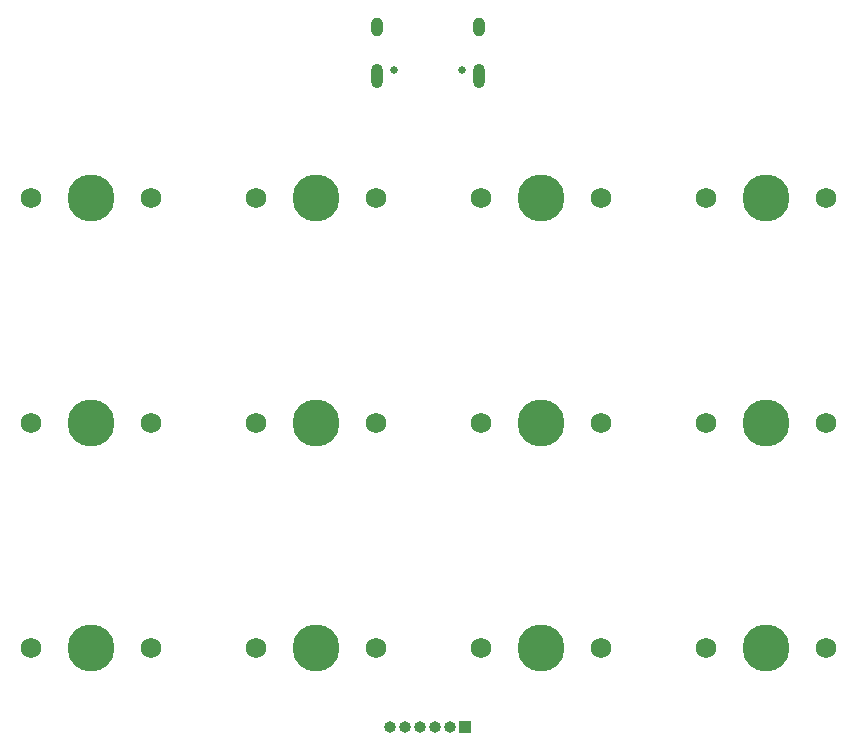
<source format=gbr>
%TF.GenerationSoftware,KiCad,Pcbnew,(5.1.9)-1*%
%TF.CreationDate,2021-01-04T19:41:53+01:00*%
%TF.ProjectId,pcb,7063622e-6b69-4636-9164-5f7063625858,rev?*%
%TF.SameCoordinates,Original*%
%TF.FileFunction,Soldermask,Top*%
%TF.FilePolarity,Negative*%
%FSLAX46Y46*%
G04 Gerber Fmt 4.6, Leading zero omitted, Abs format (unit mm)*
G04 Created by KiCad (PCBNEW (5.1.9)-1) date 2021-01-04 19:41:53*
%MOMM*%
%LPD*%
G01*
G04 APERTURE LIST*
%ADD10C,3.987800*%
%ADD11C,1.750000*%
%ADD12O,1.000000X2.100000*%
%ADD13C,0.650000*%
%ADD14O,1.000000X1.600000*%
%ADD15O,1.000000X1.000000*%
%ADD16R,1.000000X1.000000*%
G04 APERTURE END LIST*
D10*
%TO.C,MX6*%
X115849400Y-73609200D03*
D11*
X110769400Y-73609200D03*
X120929400Y-73609200D03*
%TD*%
D10*
%TO.C,MX12*%
X153949400Y-92659200D03*
D11*
X148869400Y-92659200D03*
X159029400Y-92659200D03*
%TD*%
D10*
%TO.C,MX11*%
X134899400Y-92659200D03*
D11*
X129819400Y-92659200D03*
X139979400Y-92659200D03*
%TD*%
D10*
%TO.C,MX10*%
X115849400Y-92659200D03*
D11*
X110769400Y-92659200D03*
X120929400Y-92659200D03*
%TD*%
D10*
%TO.C,MX9*%
X96799400Y-92659200D03*
D11*
X91719400Y-92659200D03*
X101879400Y-92659200D03*
%TD*%
D10*
%TO.C,MX5*%
X96799400Y-73609200D03*
D11*
X91719400Y-73609200D03*
X101879400Y-73609200D03*
%TD*%
D12*
%TO.C,USB1*%
X129694400Y-44252600D03*
X121054400Y-44252600D03*
D13*
X122484400Y-43722600D03*
D14*
X121054400Y-40072600D03*
D13*
X128264400Y-43722600D03*
D14*
X129694400Y-40072600D03*
%TD*%
D10*
%TO.C,MX8*%
X153949400Y-73609200D03*
D11*
X148869400Y-73609200D03*
X159029400Y-73609200D03*
%TD*%
D10*
%TO.C,MX7*%
X134899400Y-73609200D03*
D11*
X129819400Y-73609200D03*
X139979400Y-73609200D03*
%TD*%
D10*
%TO.C,MX4*%
X153949400Y-54559200D03*
D11*
X148869400Y-54559200D03*
X159029400Y-54559200D03*
%TD*%
D10*
%TO.C,MX3*%
X134899400Y-54559200D03*
D11*
X129819400Y-54559200D03*
X139979400Y-54559200D03*
%TD*%
D10*
%TO.C,MX2*%
X115849400Y-54559200D03*
D11*
X110769400Y-54559200D03*
X120929400Y-54559200D03*
%TD*%
D10*
%TO.C,MX1*%
X96799400Y-54559200D03*
D11*
X91719400Y-54559200D03*
X101879400Y-54559200D03*
%TD*%
D15*
%TO.C,J1*%
X122174000Y-99364800D03*
X123444000Y-99364800D03*
X124714000Y-99364800D03*
X125984000Y-99364800D03*
X127254000Y-99364800D03*
D16*
X128524000Y-99364800D03*
%TD*%
M02*

</source>
